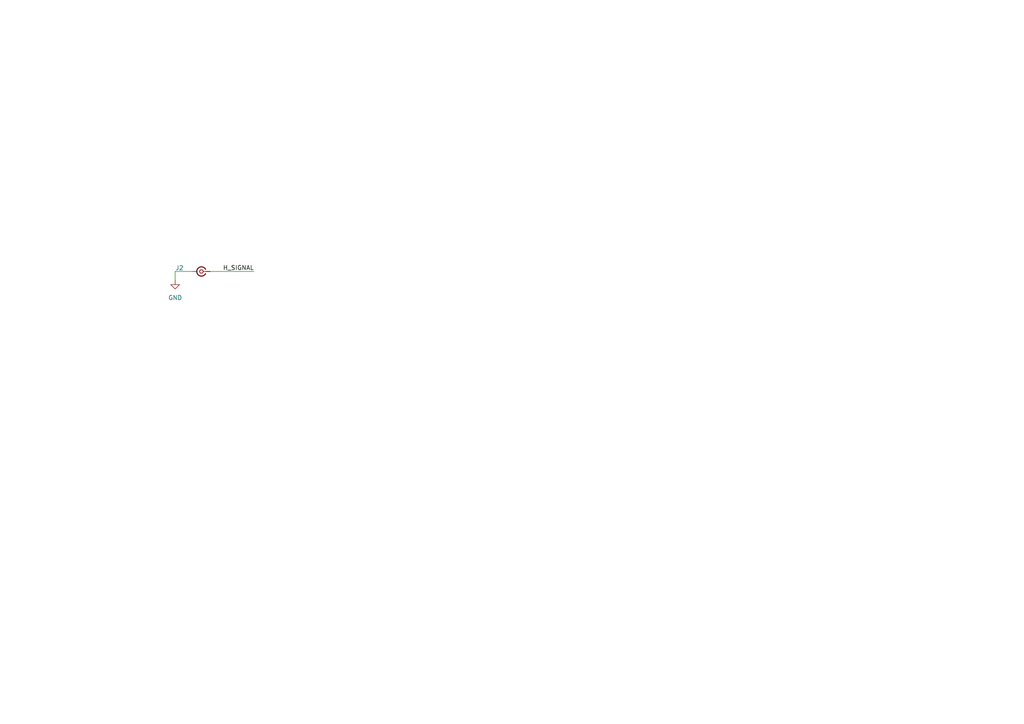
<source format=kicad_sch>
(kicad_sch (version 20250114) (generator "eeschema") (generator_version "9.0")
  (paper "A4")
  (title_block (title "Near Field Probes PCB Kit") (date "2025-03-19") (rev "1.0") (company "Ignacio de Mendizabal") (comment 1 "https://www.ignaciodemendizabal.com") (comment 2 "https://github.com/imendizabal/Near-Field-Probes") (comment 4 "H-Field Probe 18 mm"))
  (lib_symbols
    (symbol "Connector:Conn_Coaxial_Small" (pin_numbers (hide yes)) (pin_names (offset 1.016) (hide yes))
      (property "Reference" "J" (at 0.254 3.048 0))
      (property "Value" "Conn_Coaxial_Small" (at 0 -3.81 0))
      (symbol "Conn_Coaxial_Small_0_1"
        (polyline (pts (xy -2.54 0) (xy -0.508 0)))
        (circle (center 0 0) (radius 0.508) (stroke (width 0.2032)))
      )
      (symbol "Conn_Coaxial_Small_1_1"
        (arc (start 1.3484 0.0039) (mid 0.327 -1.308) (end -1.1916 -0.6311) (stroke (width 0.3048)))
        (arc (start -1.1916 0.6311) (mid 0.327 1.3081) (end 1.3484 -0.0039) (stroke (width 0.3048)))
        (pin passive line (at -2.54 0 0) (length 1.27) (name "In") (number "1"))
        (pin passive line (at 2.54 0 180) (length 1.27) (name "Ext") (number "2"))
      )
    )
    (symbol "power:GND" (power) (pin_numbers (hide yes)) (pin_names (offset 0) (hide yes))
      (property "Value" "GND" (at 0 -3.81 0))
      (symbol "GND_0_1"
        (polyline (pts (xy 0 0) (xy 0 -1.27) (xy 1.27 -1.27) (xy 0 -2.54) (xy -1.27 -1.27) (xy 0 -1.27)))
      )
      (symbol "GND_1_1"
        (pin power_in line (at 0 0 270) (length 0) (name "~") (number "1"))
      )
    )
  )
  (wire (pts (xy 60.96 78.74) (xy 73.66 78.74)))
  (wire (pts (xy 55.88 78.74) (xy 50.8 78.74)))
  (wire (pts (xy 50.8 78.74) (xy 50.8 81.28)))
  (label "H_SIGNAL" (at 73.66 78.74 180))
  (symbol (lib_id "Connector:Conn_Coaxial_Small") (at 58.42 78.74 0) (mirror y) (unit 1)
    (property "Reference" "J2" (at 52.07 77.724 0))
    (property "Value" "Conn_Coaxial_Small" (effects (hide yes)))
    (property "Footprint" "Connector_Coaxial:SMA_Amphenol_132289_EdgeMount" (effects (hide yes)))
    (property "Description" "small coaxial connector (BNC, SMA, SMB, SMC, Cinch/RCA, LEMO, ...)" (effects (hide yes)))
  )
  (symbol (lib_id "power:GND") (at 50.8 81.28 0) (mirror y) (unit 1)
    (property "Reference" "#PWR02" (effects (hide yes)))
    (property "Value" "GND" (at 50.8 86.36 0))
    (property "Description" "Power symbol creates a global label with name \"GND\" , ground" (effects (hide yes)))
  )
)
</source>
